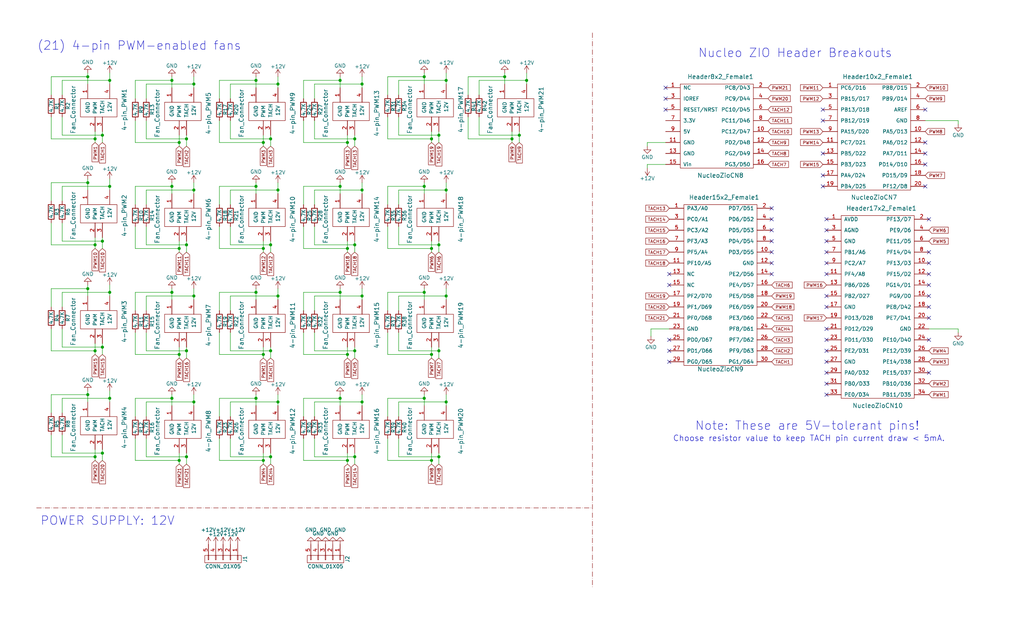
<source format=kicad_sch>
(kicad_sch (version 20230121) (generator eeschema)
  (paper "USLegal")
  (title_block (title "Fan Control Shield - Zio Headers") (date "2017-07-14") (rev "1.0.0") (company "Chris Dougherty") (comment 1 "Author:"))
  (junction (at 64.77 121.92))
  (junction (at 125.73 102.87))
  (junction (at 147.32 138.43))
  (junction (at 91.44 160.02))
  (junction (at 62.23 86.36))
  (junction (at 59.69 101.6))
  (junction (at 35.56 120.65))
  (junction (at 93.98 48.26))
  (junction (at 64.77 158.75))
  (junction (at 38.1 101.6))
  (junction (at 67.31 29.21))
  (junction (at 180.34 46.99))
  (junction (at 67.31 139.7))
  (junction (at 33.02 85.09))
  (junction (at 149.86 86.36))
  (junction (at 38.1 64.77))
  (junction (at 154.94 139.7))
  (junction (at 33.02 48.26))
  (junction (at 93.98 121.92))
  (junction (at 62.23 160.02))
  (junction (at 96.52 66.04))
  (junction (at 177.8 48.26))
  (junction (at 30.48 137.16))
  (junction (at 30.48 100.33))
  (junction (at 59.69 64.77))
  (junction (at 30.48 63.5))
  (junction (at 35.56 46.99))
  (junction (at 118.11 101.6))
  (junction (at 152.4 158.75))
  (junction (at 118.11 27.94))
  (junction (at 152.4 121.92))
  (junction (at 123.19 85.09))
  (junction (at 175.26 26.67))
  (junction (at 93.98 158.75))
  (junction (at 120.65 160.02))
  (junction (at 147.32 64.77))
  (junction (at 91.44 86.36))
  (junction (at 88.9 64.77))
  (junction (at 120.65 49.53))
  (junction (at 91.44 123.19))
  (junction (at 154.94 66.04))
  (junction (at 154.94 102.87))
  (junction (at 93.98 85.09))
  (junction (at 38.1 27.94))
  (junction (at 96.52 139.7))
  (junction (at 64.77 85.09))
  (junction (at 88.9 27.94))
  (junction (at 149.86 160.02))
  (junction (at 125.73 29.21))
  (junction (at 120.65 86.36))
  (junction (at 59.69 27.94))
  (junction (at 30.48 26.67))
  (junction (at 123.19 158.75))
  (junction (at 118.11 138.43))
  (junction (at 91.44 49.53))
  (junction (at 33.02 121.92))
  (junction (at 149.86 123.19))
  (junction (at 120.65 123.19))
  (junction (at 125.73 66.04))
  (junction (at 35.56 157.48))
  (junction (at 88.9 138.43))
  (junction (at 35.56 83.82))
  (junction (at 118.11 64.77))
  (junction (at 125.73 139.7))
  (junction (at 38.1 138.43))
  (junction (at 67.31 102.87))
  (junction (at 147.32 26.67))
  (junction (at 154.94 27.94))
  (junction (at 96.52 29.21))
  (junction (at 64.77 48.26))
  (junction (at 152.4 85.09))
  (junction (at 96.52 102.87))
  (junction (at 88.9 101.6))
  (junction (at 67.31 66.04))
  (junction (at 152.4 46.99))
  (junction (at 123.19 48.26))
  (junction (at 62.23 123.19))
  (junction (at 123.19 121.92))
  (junction (at 147.32 101.6))
  (junction (at 182.88 27.94))
  (junction (at 59.69 138.43))
  (junction (at 62.23 49.53))
  (junction (at 149.86 48.26))
  (junction (at 33.02 158.75))
  (no_connect (at 287.02 133.35))
  (no_connect (at 322.58 106.68))
  (no_connect (at 287.02 118.11))
  (no_connect (at 267.97 91.44))
  (no_connect (at 232.41 95.25))
  (no_connect (at 322.58 87.63))
  (no_connect (at 213.36 -11.43))
  (no_connect (at 321.31 57.15))
  (no_connect (at 322.58 76.2))
  (no_connect (at 287.02 87.63))
  (no_connect (at 285.75 64.77))
  (no_connect (at 285.75 53.34))
  (no_connect (at 285.75 60.96))
  (no_connect (at 287.02 129.54))
  (no_connect (at 287.02 125.73))
  (no_connect (at 322.58 118.11))
  (no_connect (at 287.02 83.82))
  (no_connect (at 231.14 34.29))
  (no_connect (at 267.97 76.2))
  (no_connect (at 267.97 87.63))
  (no_connect (at 231.14 30.48))
  (no_connect (at 285.75 41.91))
  (no_connect (at 267.97 72.39))
  (no_connect (at 287.02 121.92))
  (no_connect (at 267.97 80.01))
  (no_connect (at 287.02 137.16))
  (no_connect (at 232.41 125.73))
  (no_connect (at 287.02 80.01))
  (no_connect (at 287.02 91.44))
  (no_connect (at 232.41 118.11))
  (no_connect (at 322.58 91.44))
  (no_connect (at 321.31 64.77))
  (no_connect (at 285.75 38.1))
  (no_connect (at 267.97 83.82))
  (no_connect (at 322.58 110.49))
  (no_connect (at 321.31 53.34))
  (no_connect (at 321.31 38.1))
  (no_connect (at 287.02 106.68))
  (no_connect (at 322.58 102.87))
  (no_connect (at 287.02 102.87))
  (no_connect (at 322.58 95.25))
  (no_connect (at 321.31 49.53))
  (no_connect (at 232.41 99.06))
  (no_connect (at 287.02 114.3))
  (no_connect (at 287.02 95.25))
  (no_connect (at 322.58 129.54))
  (no_connect (at 287.02 76.2))
  (no_connect (at 231.14 38.1))
  (no_connect (at 322.58 99.06))
  (no_connect (at 267.97 95.25))
  (no_connect (at 232.41 121.92))
  (wire (pts (xy 93.98 157.48) (xy 93.98 158.75)))
  (wire (pts (xy 21.59 157.48) (xy 21.59 151.13)))
  (wire (pts (xy 162.56 26.67) (xy 175.26 26.67)))
  (wire (pts (xy 93.98 48.26) (xy 80.01 48.26)))
  (wire (pts (xy 76.2 86.36) (xy 76.2 78.74)))
  (wire (pts (xy 21.59 106.68) (xy 21.59 101.6)))
  (wire (pts (xy 21.59 138.43) (xy 38.1 138.43)))
  (wire (pts (xy 109.22 144.78) (xy 109.22 139.7)))
  (wire (pts (xy 80.01 158.75) (xy 80.01 152.4)))
  (wire (pts (xy 76.2 101.6) (xy 88.9 101.6)))
  (wire (pts (xy 46.99 107.95) (xy 46.99 101.6)))
  (wire (pts (xy 152.4 46.99) (xy 152.4 49.53)))
  (wire (pts (xy 120.65 160.02) (xy 105.41 160.02)))
  (wire (pts (xy 33.02 48.26) (xy 17.78 48.26)))
  (wire (pts (xy 154.94 102.87) (xy 154.94 104.14)))
  (wire (pts (xy 80.01 29.21) (xy 96.52 29.21)))
  (wire (pts (xy 125.73 102.87) (xy 125.73 104.14)))
  (wire (pts (xy 177.8 48.26) (xy 162.56 48.26)))
  (wire (pts (xy 50.8 71.12) (xy 50.8 66.04)))
  (wire (pts (xy 67.31 102.87) (xy 67.31 104.14)))
  (wire (pts (xy 17.78 63.5) (xy 30.48 63.5)))
  (wire (pts (xy 80.01 66.04) (xy 96.52 66.04)))
  (wire (pts (xy 33.02 158.75) (xy 33.02 160.02)))
  (wire (pts (xy 152.4 157.48) (xy 152.4 158.75)))
  (wire (pts (xy 67.31 63.5) (xy 67.31 66.04)))
  (wire (pts (xy 64.77 120.65) (xy 64.77 121.92)))
  (wire (pts (xy 30.48 137.16) (xy 30.48 139.7)))
  (wire (pts (xy 118.11 137.16) (xy 118.11 138.43)))
  (wire (pts (xy 33.02 85.09) (xy 33.02 86.36)))
  (wire (pts (xy 17.78 33.02) (xy 17.78 26.67)))
  (wire (pts (xy 50.8 121.92) (xy 50.8 115.57)))
  (wire (pts (xy 93.98 158.75) (xy 80.01 158.75)))
  (wire (pts (xy 123.19 83.82) (xy 123.19 85.09)))
  (wire (pts (xy 96.52 63.5) (xy 96.52 66.04)))
  (wire (pts (xy 96.52 29.21) (xy 96.52 30.48)))
  (wire (pts (xy 88.9 137.16) (xy 88.9 138.43)))
  (polyline (pts (xy 205.74 11.43) (xy 205.74 204.47)) (stroke (width 0) (type dash_dot) (color 132 0 0 1)))
  (wire (pts (xy 109.22 85.09) (xy 109.22 78.74)))
  (wire (pts (xy 134.62 86.36) (xy 134.62 78.74)))
  (wire (pts (xy 17.78 158.75) (xy 17.78 151.13)))
  (wire (pts (xy 149.86 160.02) (xy 149.86 161.29)))
  (wire (pts (xy 149.86 160.02) (xy 134.62 160.02)))
  (wire (pts (xy 67.31 29.21) (xy 67.31 30.48)))
  (wire (pts (xy 96.52 66.04) (xy 96.52 67.31)))
  (wire (pts (xy 35.56 120.65) (xy 35.56 123.19)))
  (wire (pts (xy 91.44 120.65) (xy 91.44 123.19)))
  (wire (pts (xy 21.59 33.02) (xy 21.59 27.94)))
  (wire (pts (xy 120.65 86.36) (xy 120.65 87.63)))
  (wire (pts (xy 80.01 107.95) (xy 80.01 102.87)))
  (wire (pts (xy 93.98 120.65) (xy 93.98 121.92)))
  (wire (pts (xy 88.9 138.43) (xy 88.9 140.97)))
  (wire (pts (xy 33.02 156.21) (xy 33.02 158.75)))
  (wire (pts (xy 59.69 138.43) (xy 59.69 140.97)))
  (wire (pts (xy 93.98 158.75) (xy 93.98 161.29)))
  (wire (pts (xy 76.2 138.43) (xy 88.9 138.43)))
  (wire (pts (xy 149.86 48.26) (xy 134.62 48.26)))
  (wire (pts (xy 88.9 27.94) (xy 88.9 30.48)))
  (wire (pts (xy 182.88 25.4) (xy 182.88 27.94)))
  (wire (pts (xy 33.02 119.38) (xy 33.02 121.92)))
  (wire (pts (xy 109.22 29.21) (xy 125.73 29.21)))
  (wire (pts (xy 67.31 26.67) (xy 67.31 29.21)))
  (wire (pts (xy 152.4 121.92) (xy 152.4 124.46)))
  (wire (pts (xy 50.8 66.04) (xy 67.31 66.04)))
  (wire (pts (xy 154.94 66.04) (xy 154.94 67.31)))
  (wire (pts (xy 125.73 139.7) (xy 125.73 140.97)))
  (wire (pts (xy 17.78 69.85) (xy 17.78 63.5)))
  (wire (pts (xy 182.88 27.94) (xy 182.88 29.21)))
  (wire (pts (xy 64.77 85.09) (xy 50.8 85.09)))
  (wire (pts (xy 30.48 135.89) (xy 30.48 137.16)))
  (wire (pts (xy 105.41 34.29) (xy 105.41 27.94)))
  (wire (pts (xy 162.56 48.26) (xy 162.56 40.64)))
  (wire (pts (xy 21.59 83.82) (xy 21.59 77.47)))
  (wire (pts (xy 46.99 71.12) (xy 46.99 64.77)))
  (wire (pts (xy 80.01 71.12) (xy 80.01 66.04)))
  (wire (pts (xy 59.69 137.16) (xy 59.69 138.43)))
  (wire (pts (xy 125.73 26.67) (xy 125.73 29.21)))
  (wire (pts (xy 120.65 86.36) (xy 105.41 86.36)))
  (wire (pts (xy 46.99 27.94) (xy 59.69 27.94)))
  (wire (pts (xy 33.02 85.09) (xy 17.78 85.09)))
  (wire (pts (xy 91.44 123.19) (xy 76.2 123.19)))
  (wire (pts (xy 46.99 34.29) (xy 46.99 27.94)))
  (wire (pts (xy 64.77 83.82) (xy 64.77 85.09)))
  (wire (pts (xy 88.9 64.77) (xy 88.9 67.31)))
  (wire (pts (xy 50.8 144.78) (xy 50.8 139.7)))
  (wire (pts (xy 76.2 27.94) (xy 88.9 27.94)))
  (wire (pts (xy 62.23 160.02) (xy 62.23 161.29)))
  (wire (pts (xy 91.44 157.48) (xy 91.44 160.02)))
  (wire (pts (xy 134.62 64.77) (xy 147.32 64.77)))
  (wire (pts (xy 118.11 63.5) (xy 118.11 64.77)))
  (polyline (pts (xy 12.7 176.53) (xy 205.74 176.53)) (stroke (width 0) (type dash_dot) (color 132 0 0 1)))
  (wire (pts (xy 109.22 121.92) (xy 109.22 115.57)))
  (wire (pts (xy 138.43 102.87) (xy 154.94 102.87)))
  (wire (pts (xy 62.23 123.19) (xy 62.23 124.46)))
  (wire (pts (xy 59.69 100.33) (xy 59.69 101.6)))
  (wire (pts (xy 80.01 85.09) (xy 80.01 78.74)))
  (wire (pts (xy 138.43 139.7) (xy 154.94 139.7)))
  (wire (pts (xy 17.78 100.33) (xy 30.48 100.33)))
  (wire (pts (xy 21.59 64.77) (xy 38.1 64.77)))
  (wire (pts (xy 62.23 123.19) (xy 46.99 123.19)))
  (wire (pts (xy 21.59 143.51) (xy 21.59 138.43)))
  (wire (pts (xy 50.8 158.75) (xy 50.8 152.4)))
  (wire (pts (xy 120.65 123.19) (xy 120.65 124.46)))
  (wire (pts (xy 105.41 86.36) (xy 105.41 78.74)))
  (wire (pts (xy 93.98 121.92) (xy 93.98 124.46)))
  (wire (pts (xy 154.94 63.5) (xy 154.94 66.04)))
  (wire (pts (xy 59.69 27.94) (xy 59.69 30.48)))
  (wire (pts (xy 123.19 85.09) (xy 109.22 85.09)))
  (wire (pts (xy 105.41 123.19) (xy 105.41 115.57)))
  (wire (pts (xy 30.48 100.33) (xy 30.48 102.87)))
  (wire (pts (xy 118.11 64.77) (xy 118.11 67.31)))
  (wire (pts (xy 224.79 49.53) (xy 224.79 50.8)))
  (wire (pts (xy 149.86 120.65) (xy 149.86 123.19)))
  (wire (pts (xy 125.73 66.04) (xy 125.73 67.31)))
  (wire (pts (xy 120.65 83.82) (xy 120.65 86.36)))
  (wire (pts (xy 62.23 120.65) (xy 62.23 123.19)))
  (wire (pts (xy 62.23 160.02) (xy 46.99 160.02)))
  (wire (pts (xy 38.1 25.4) (xy 38.1 27.94)))
  (wire (pts (xy 332.74 41.91) (xy 321.31 41.91)))
  (wire (pts (xy 59.69 64.77) (xy 59.69 67.31)))
  (wire (pts (xy 154.94 139.7) (xy 154.94 140.97)))
  (wire (pts (xy 175.26 25.4) (xy 175.26 26.67)))
  (wire (pts (xy 35.56 157.48) (xy 35.56 160.02)))
  (wire (pts (xy 180.34 46.99) (xy 166.37 46.99)))
  (wire (pts (xy 76.2 64.77) (xy 88.9 64.77)))
  (wire (pts (xy 162.56 33.02) (xy 162.56 26.67)))
  (wire (pts (xy 21.59 69.85) (xy 21.59 64.77)))
  (wire (pts (xy 80.01 102.87) (xy 96.52 102.87)))
  (wire (pts (xy 152.4 158.75) (xy 138.43 158.75)))
  (wire (pts (xy 59.69 26.67) (xy 59.69 27.94)))
  (wire (pts (xy 96.52 137.16) (xy 96.52 139.7)))
  (wire (pts (xy 64.77 85.09) (xy 64.77 87.63)))
  (wire (pts (xy 149.86 86.36) (xy 134.62 86.36)))
  (wire (pts (xy 35.56 156.21) (xy 35.56 157.48)))
  (wire (pts (xy 152.4 120.65) (xy 152.4 121.92)))
  (wire (pts (xy 17.78 143.51) (xy 17.78 137.16)))
  (wire (pts (xy 123.19 158.75) (xy 109.22 158.75)))
  (wire (pts (xy 64.77 46.99) (xy 64.77 48.26)))
  (wire (pts (xy 118.11 27.94) (xy 118.11 30.48)))
  (wire (pts (xy 64.77 121.92) (xy 50.8 121.92)))
  (wire (pts (xy 118.11 138.43) (xy 118.11 140.97)))
  (wire (pts (xy 138.43 85.09) (xy 138.43 78.74)))
  (wire (pts (xy 62.23 46.99) (xy 62.23 49.53)))
  (wire (pts (xy 67.31 137.16) (xy 67.31 139.7)))
  (wire (pts (xy 17.78 137.16) (xy 30.48 137.16)))
  (wire (pts (xy 109.22 34.29) (xy 109.22 29.21)))
  (wire (pts (xy 152.4 85.09) (xy 138.43 85.09)))
  (wire (pts (xy 64.77 157.48) (xy 64.77 158.75)))
  (wire (pts (xy 125.73 29.21) (xy 125.73 30.48)))
  (wire (pts (xy 93.98 46.99) (xy 93.98 48.26)))
  (wire (pts (xy 134.62 160.02) (xy 134.62 152.4)))
  (wire (pts (xy 177.8 48.26) (xy 177.8 49.53)))
  (wire (pts (xy 46.99 138.43) (xy 59.69 138.43)))
  (wire (pts (xy 149.86 86.36) (xy 149.86 87.63)))
  (wire (pts (xy 109.22 107.95) (xy 109.22 102.87)))
  (wire (pts (xy 138.43 27.94) (xy 154.94 27.94)))
  (wire (pts (xy 147.32 101.6) (xy 147.32 104.14)))
  (wire (pts (xy 30.48 63.5) (xy 30.48 66.04)))
  (wire (pts (xy 96.52 26.67) (xy 96.52 29.21)))
  (wire (pts (xy 105.41 27.94) (xy 118.11 27.94)))
  (wire (pts (xy 62.23 86.36) (xy 46.99 86.36)))
  (wire (pts (xy 134.62 107.95) (xy 134.62 101.6)))
  (wire (pts (xy 123.19 158.75) (xy 123.19 161.29)))
  (wire (pts (xy 109.22 139.7) (xy 125.73 139.7)))
  (wire (pts (xy 149.86 83.82) (xy 149.86 86.36)))
  (wire (pts (xy 138.43 66.04) (xy 154.94 66.04)))
  (wire (pts (xy 35.56 46.99) (xy 21.59 46.99)))
  (wire (pts (xy 147.32 64.77) (xy 147.32 67.31)))
  (wire (pts (xy 46.99 101.6) (xy 59.69 101.6)))
  (wire (pts (xy 105.41 144.78) (xy 105.41 138.43)))
  (wire (pts (xy 46.99 144.78) (xy 46.99 138.43)))
  (wire (pts (xy 35.56 119.38) (xy 35.56 120.65)))
  (wire (pts (xy 138.43 71.12) (xy 138.43 66.04)))
  (wire (pts (xy 80.01 139.7) (xy 96.52 139.7)))
  (wire (pts (xy 38.1 64.77) (xy 38.1 66.04)))
  (wire (pts (xy 35.56 83.82) (xy 35.56 86.36)))
  (wire (pts (xy 93.98 83.82) (xy 93.98 85.09)))
  (wire (pts (xy 64.77 158.75) (xy 50.8 158.75)))
  (wire (pts (xy 105.41 71.12) (xy 105.41 64.77)))
  (wire (pts (xy 224.79 58.42) (xy 224.79 57.15)))
  (wire (pts (xy 50.8 139.7) (xy 67.31 139.7)))
  (wire (pts (xy 62.23 49.53) (xy 62.23 50.8)))
  (wire (pts (xy 80.01 121.92) (xy 80.01 115.57)))
  (wire (pts (xy 125.73 100.33) (xy 125.73 102.87)))
  (wire (pts (xy 80.01 34.29) (xy 80.01 29.21)))
  (wire (pts (xy 96.52 100.33) (xy 96.52 102.87)))
  (wire (pts (xy 62.23 83.82) (xy 62.23 86.36)))
  (wire (pts (xy 138.43 144.78) (xy 138.43 139.7)))
  (wire (pts (xy 46.99 86.36) (xy 46.99 78.74)))
  (wire (pts (xy 123.19 48.26) (xy 109.22 48.26)))
  (wire (pts (xy 177.8 45.72) (xy 177.8 48.26)))
  (wire (pts (xy 33.02 45.72) (xy 33.02 48.26)))
  (wire (pts (xy 134.62 138.43) (xy 147.32 138.43)))
  (wire (pts (xy 21.59 120.65) (xy 21.59 114.3)))
  (wire (pts (xy 154.94 25.4) (xy 154.94 27.94)))
  (wire (pts (xy 138.43 33.02) (xy 138.43 27.94)))
  (wire (pts (xy 21.59 46.99) (xy 21.59 40.64)))
  (wire (pts (xy 88.9 100.33) (xy 88.9 101.6)))
  (wire (pts (xy 59.69 63.5) (xy 59.69 64.77)))
  (wire (pts (xy 35.56 45.72) (xy 35.56 46.99)))
  (wire (pts (xy 152.4 121.92) (xy 138.43 121.92)))
  (wire (pts (xy 93.98 85.09) (xy 80.01 85.09)))
  (wire (pts (xy 96.52 102.87) (xy 96.52 104.14)))
  (wire (pts (xy 67.31 66.04) (xy 67.31 67.31)))
  (wire (pts (xy 38.1 99.06) (xy 38.1 101.6)))
  (wire (pts (xy 38.1 62.23) (xy 38.1 64.77)))
  (wire (pts (xy 120.65 49.53) (xy 120.65 50.8)))
  (wire (pts (xy 38.1 138.43) (xy 38.1 139.7)))
  (wire (pts (xy 33.02 158.75) (xy 17.78 158.75)))
  (wire (pts (xy 93.98 121.92) (xy 80.01 121.92)))
  (wire (pts (xy 91.44 86.36) (xy 76.2 86.36)))
  (wire (pts (xy 91.44 160.02) (xy 76.2 160.02)))
  (wire (pts (xy 35.56 120.65) (xy 21.59 120.65)))
  (wire (pts (xy 118.11 100.33) (xy 118.11 101.6)))
  (wire (pts (xy 123.19 85.09) (xy 123.19 87.63)))
  (wire (pts (xy 76.2 123.19) (xy 76.2 115.57)))
  (wire (pts (xy 64.77 48.26) (xy 50.8 48.26)))
  (wire (pts (xy 64.77 158.75) (xy 64.77 161.29)))
  (wire (pts (xy 33.02 82.55) (xy 33.02 85.09)))
  (wire (pts (xy 154.94 137.16) (xy 154.94 139.7)))
  (wire (pts (xy 46.99 123.19) (xy 46.99 115.57)))
  (wire (pts (xy 134.62 26.67) (xy 147.32 26.67)))
  (wire (pts (xy 88.9 63.5) (xy 88.9 64.77)))
  (wire (pts (xy 149.86 45.72) (xy 149.86 48.26)))
  (wire (pts (xy 38.1 135.89) (xy 38.1 138.43)))
  (wire (pts (xy 332.74 43.18) (xy 332.74 41.91)))
  (wire (pts (xy 149.86 157.48) (xy 149.86 160.02)))
  (wire (pts (xy 17.78 48.26) (xy 17.78 40.64)))
  (wire (pts (xy 105.41 107.95) (xy 105.41 101.6)))
  (wire (pts (xy 64.77 121.92) (xy 64.77 124.46)))
  (wire (pts (xy 93.98 85.09) (xy 93.98 87.63)))
  (wire (pts (xy 134.62 101.6) (xy 147.32 101.6)))
  (wire (pts (xy 91.44 83.82) (xy 91.44 86.36)))
  (wire (pts (xy 232.41 114.3) (xy 226.06 114.3)))
  (wire (pts (xy 154.94 27.94) (xy 154.94 29.21)))
  (wire (pts (xy 50.8 34.29) (xy 50.8 29.21)))
  (wire (pts (xy 105.41 64.77) (xy 118.11 64.77)))
  (wire (pts (xy 125.73 137.16) (xy 125.73 139.7)))
  (wire (pts (xy 76.2 49.53) (xy 76.2 41.91)))
  (wire (pts (xy 322.58 114.3) (xy 332.74 114.3)))
  (wire (pts (xy 80.01 144.78) (xy 80.01 139.7)))
  (wire (pts (xy 149.86 123.19) (xy 149.86 124.46)))
  (wire (pts (xy 152.4 158.75) (xy 152.4 161.29)))
  (wire (pts (xy 30.48 26.67) (xy 30.48 29.21)))
  (wire (pts (xy 105.41 160.02) (xy 105.41 152.4)))
  (wire (pts (xy 76.2 107.95) (xy 76.2 101.6)))
  (wire (pts (xy 76.2 144.78) (xy 76.2 138.43)))
  (wire (pts (xy 105.41 101.6) (xy 118.11 101.6)))
  (wire (pts (xy 149.86 48.26) (xy 149.86 49.53)))
  (wire (pts (xy 152.4 46.99) (xy 138.43 46.99)))
  (wire (pts (xy 147.32 26.67) (xy 147.32 29.21)))
  (wire (pts (xy 134.62 71.12) (xy 134.62 64.77)))
  (wire (pts (xy 38.1 101.6) (xy 38.1 102.87)))
  (wire (pts (xy 50.8 102.87) (xy 67.31 102.87)))
  (wire (pts (xy 147.32 138.43) (xy 147.32 140.97)))
  (wire (pts (xy 91.44 49.53) (xy 76.2 49.53)))
  (wire (pts (xy 46.99 49.53) (xy 46.99 41.91)))
  (wire (pts (xy 96.52 139.7) (xy 96.52 140.97)))
  (wire (pts (xy 152.4 85.09) (xy 152.4 87.63)))
  (wire (pts (xy 33.02 48.26) (xy 33.02 49.53)))
  (wire (pts (xy 76.2 71.12) (xy 76.2 64.77)))
  (wire (pts (xy 35.56 83.82) (xy 21.59 83.82)))
  (wire (pts (xy 109.22 102.87) (xy 125.73 102.87)))
  (wire (pts (xy 30.48 25.4) (xy 30.48 26.67)))
  (wire (pts (xy 38.1 27.94) (xy 38.1 29.21)))
  (wire (pts (xy 166.37 27.94) (xy 182.88 27.94)))
  (wire (pts (xy 147.32 25.4) (xy 147.32 26.67)))
  (wire (pts (xy 93.98 48.26) (xy 93.98 50.8)))
  (wire (pts (xy 175.26 26.67) (xy 175.26 29.21)))
  (wire (pts (xy 109.22 48.26) (xy 109.22 41.91)))
  (wire (pts (xy 91.44 160.02) (xy 91.44 161.29)))
  (wire (pts (xy 109.22 158.75) (xy 109.22 152.4)))
  (wire (pts (xy 152.4 45.72) (xy 152.4 46.99)))
  (wire (pts (xy 105.41 49.53) (xy 105.41 41.91)))
  (wire (pts (xy 120.65 49.53) (xy 105.41 49.53)))
  (wire (pts (xy 166.37 33.02) (xy 166.37 27.94)))
  (wire (pts (xy 67.31 139.7) (xy 67.31 140.97)))
  (wire (pts (xy 62.23 157.48) (xy 62.23 160.02)))
  (wire (pts (xy 33.02 121.92) (xy 17.78 121.92)))
  (wire (pts (xy 30.48 99.06) (xy 30.48 100.33)))
  (wire (pts (xy 109.22 71.12) (xy 109.22 66.04)))
  (wire (pts (xy 120.65 123.19) (xy 105.41 123.19)))
  (wire (pts (xy 123.19 121.92) (xy 109.22 121.92)))
  (wire (pts (xy 125.73 63.5) (xy 125.73 66.04)))
  (wire (pts (xy 35.56 82.55) (xy 35.56 83.82)))
  (wire (pts (xy 91.44 86.36) (xy 91.44 87.63)))
  (wire (pts (xy 76.2 160.02) (xy 76.2 152.4)))
  (wire (pts (xy 120.65 160.02) (xy 120.65 161.29)))
  (wire (pts (xy 332.74 114.3) (xy 332.74 115.57)))
  (wire (pts (xy 64.77 48.26) (xy 64.77 50.8)))
  (wire (pts (xy 17.78 121.92) (xy 17.78 114.3)))
  (wire (pts (xy 62.23 86.36) (xy 62.23 87.63)))
  (wire (pts (xy 118.11 101.6) (xy 118.11 104.14)))
  (wire (pts (xy 76.2 34.29) (xy 76.2 27.94)))
  (wire (pts (xy 134.62 48.26) (xy 134.62 40.64)))
  (wire (pts (xy 138.43 158.75) (xy 138.43 152.4)))
  (wire (pts (xy 80.01 48.26) (xy 80.01 41.91)))
  (wire (pts (xy 17.78 85.09) (xy 17.78 77.47)))
  (wire (pts (xy 118.11 26.67) (xy 118.11 27.94)))
  (wire (pts (xy 88.9 101.6) (xy 88.9 104.14)))
  (wire (pts (xy 123.19 120.65) (xy 123.19 121.92)))
  (wire (pts (xy 17.78 106.68) (xy 17.78 100.33)))
  (wire (pts (xy 109.22 66.04) (xy 125.73 66.04)))
  (wire (pts (xy 59.69 101.6) (xy 59.69 104.14)))
  (wire (pts (xy 138.43 46.99) (xy 138.43 40.64)))
  (wire (pts (xy 50.8 48.26) (xy 50.8 41.91)))
  (wire (pts (xy 50.8 29.21) (xy 67.31 29.21)))
  (wire (pts (xy 120.65 157.48) (xy 120.65 160.02)))
  (wire (pts (xy 154.94 100.33) (xy 154.94 102.87)))
  (wire (pts (xy 166.37 46.99) (xy 166.37 40.64)))
  (wire (pts (xy 62.23 49.53) (xy 46.99 49.53)))
  (wire (pts (xy 123.19 48.26) (xy 123.19 50.8)))
  (wire (pts (xy 105.41 138.43) (xy 118.11 138.43)))
  (wire (pts (xy 46.99 160.02) (xy 46.99 152.4)))
  (wire (pts (xy 224.79 57.15) (xy 231.14 57.15)))
  (wire (pts (xy 50.8 85.09) (xy 50.8 78.74)))
  (wire (pts (xy 180.34 45.72) (xy 180.34 46.99)))
  (wire (pts (xy 91.44 46.99) (xy 91.44 49.53)))
  (wire (pts (xy 231.14 49.53) (xy 224.79 49.53)))
  (wire (pts (xy 35.56 46.99) (xy 35.56 49.53)))
  (wire (pts (xy 147.32 137.16) (xy 147.32 138.43)))
  (wire (pts (xy 21.59 27.94) (xy 38.1 27.94)))
  (wire (pts (xy 91.44 49.53) (xy 91.44 50.8)))
  (wire (pts (xy 21.59 101.6) (xy 38.1 101.6)))
  (wire (pts (xy 123.19 121.92) (xy 123.19 124.46)))
  (wire (pts (xy 123.19 46.99) (xy 123.19 48.26)))
  (wire (pts (xy 134.62 123.19) (xy 134.62 115.57)))
  (wire (pts (xy 30.48 62.23) (xy 30.48 63.5)))
  (wire (pts (xy 147.32 100.33) (xy 147.32 101.6)))
  (wire (pts (xy 152.4 83.82) (xy 152.4 85.09)))
  (wire (pts (xy 67.31 100.33) (xy 67.31 102.87)))
  (wire (pts (xy 50.8 107.95) (xy 50.8 102.87)))
  (wire (pts (xy 134.62 33.02) (xy 134.62 26.67)))
  (wire (pts (xy 149.86 123.19) (xy 134.62 123.19)))
  (wire (pts (xy 138.43 107.95) (xy 138.43 102.87)))
  (wire (pts (xy 91.44 123.19) (xy 91.44 124.46)))
  (wire (pts (xy 147.32 63.5) (xy 147.32 64.77)))
  (wire (pts (xy 120.65 120.65) (xy 120.65 123.19)))
  (wire (pts (xy 120.65 46.99) (xy 120.65 49.53)))
  (wire (pts (xy 35.56 157.48) (xy 21.59 157.48)))
  (wire (pts (xy 134.62 144.78) (xy 134.62 138.43)))
  (wire (pts (xy 17.78 26.67) (xy 30.48 26.67)))
  (wire (pts (xy 138.43 121.92) (xy 138.43 115.57)))
  (wire (pts (xy 88.9 26.67) (xy 88.9 27.94)))
  (wire (pts (xy 33.02 121.92) (xy 33.02 123.19)))
  (wire (pts (xy 226.06 114.3) (xy 226.06 116.84)))
  (wire (pts (xy 180.34 46.99) (xy 180.34 49.53)))
  (wire (pts (xy 46.99 64.77) (xy 59.69 64.77)))
  (wire (pts (xy 123.19 157.48) (xy 123.19 158.75)))
  (text "Nucleo ZIO Header Breakouts\n" (at 309.88 20.32 0) (effects (font (size 3 3)) (justify right bottom)))
  (text "POWER SUPPLY: 12V" (at 13.97 182.88 0) (effects (font (size 3 3)) (justify left bottom)))
  (text "(21) 4-pin PWM-enabled fans" (at 83.82 17.78 0) (effects (font (size 3 3)) (justify right bottom)))
  (text "Note: These are 5V-tolerant pins! \n" (at 241.3 149.86 0) (effects (font (size 3 3)) (justify left bottom)))
  (text "Choose resistor value to keep TACH pin current draw < 5mA.\n" (at 233.68 153.67 0) (effects (font (size 2 2)) (justify left bottom)))
  (global_label "PWM13" (shape input) (at 285.75 45.72 180) (effects (font (size 1.0922 1.0922))) (property "Intersheetrefs" "${INTERSHEET_REFS}" (effects hide)))
  (global_label "TACH15" (shape input) (at 232.41 80.01 180) (effects (font (size 1.0922 1.0922))) (property "Intersheetrefs" "${INTERSHEET_REFS}" (effects hide)))
  (global_label "PWM16" (shape input) (at 287.02 99.06 180) (effects (font (size 1.0922 1.0922))) (property "Intersheetrefs" "${INTERSHEET_REFS}" (effects hide)))
  (global_label "TACH18" (shape input) (at 123.19 87.63 270) (effects (font (size 1.0922 1.0922))) (property "Intersheetrefs" "${INTERSHEET_REFS}" (effects hide)))
  (global_label "TACH14" (shape input) (at 123.19 161.29 270) (effects (font (size 1.0922 1.0922))) (property "Intersheetrefs" "${INTERSHEET_REFS}" (effects hide)))
  (global_label "TACH5" (shape input) (at 123.19 124.46 270) (effects (font (size 1.0922 1.0922))) (property "Intersheetrefs" "${INTERSHEET_REFS}" (effects hide)))
  (global_label "TACH1" (shape input) (at 35.56 49.53 270) (effects (font (size 1.0922 1.0922))) (property "Intersheetrefs" "${INTERSHEET_REFS}" (effects hide)))
  (global_label "TACH12" (shape input) (at 93.98 87.63 270) (effects (font (size 1.0922 1.0922))) (property "Intersheetrefs" "${INTERSHEET_REFS}" (effects hide)))
  (global_label "TACH16" (shape input) (at 64.77 124.46 270) (effects (font (size 1.0922 1.0922))) (property "Intersheetrefs" "${INTERSHEET_REFS}" (effects hide)))
  (global_label "PWM11" (shape input) (at 62.23 87.63 270) (effects (font (size 1.0922 1.0922))) (property "Intersheetrefs" "${INTERSHEET_REFS}" (effects hide)))
  (global_label "PWM8" (shape input) (at 321.31 45.72 0) (effects (font (size 1.0922 1.0922))) (property "Intersheetrefs" "${INTERSHEET_REFS}" (effects hide)))
  (global_label "PWM2" (shape input) (at 62.23 50.8 270) (effects (font (size 1.0922 1.0922))) (property "Intersheetrefs" "${INTERSHEET_REFS}" (effects hide)))
  (global_label "PWM7" (shape input) (at 149.86 124.46 270) (effects (font (size 1.0922 1.0922))) (property "Intersheetrefs" "${INTERSHEET_REFS}" (effects hide)))
  (global_label "TACH10" (shape input) (at 35.56 86.36 270) (effects (font (size 1.0922 1.0922))) (property "Intersheetrefs" "${INTERSHEET_REFS}" (effects hide)))
  (global_label "PWM18" (shape input) (at 267.97 106.68 0) (effects (font (size 1.0922 1.0922))) (property "Intersheetrefs" "${INTERSHEET_REFS}" (effects hide)))
  (global_label "PWM14" (shape input) (at 120.65 161.29 270) (effects (font (size 1.0922 1.0922))) (property "Intersheetrefs" "${INTERSHEET_REFS}" (effects hide)))
  (global_label "PWM19" (shape input) (at 149.86 49.53 270) (effects (font (size 1.0922 1.0922))) (property "Intersheetrefs" "${INTERSHEET_REFS}" (effects hide)))
  (global_label "PWM4" (shape input) (at 322.58 121.92 0) (effects (font (size 1.0922 1.0922))) (property "Intersheetrefs" "${INTERSHEET_REFS}" (effects hide)))
  (global_label "TACH4" (shape input) (at 267.97 114.3 0) (effects (font (size 1.0922 1.0922))) (property "Intersheetrefs" "${INTERSHEET_REFS}" (effects hide)))
  (global_label "TACH2" (shape input) (at 267.97 121.92 0) (effects (font (size 1.0922 1.0922))) (property "Intersheetrefs" "${INTERSHEET_REFS}" (effects hide)))
  (global_label "TACH7" (shape input) (at 152.4 124.46 270) (effects (font (size 1.0922 1.0922))) (property "Intersheetrefs" "${INTERSHEET_REFS}" (effects hide)))
  (global_label "PWM17" (shape input) (at 287.02 110.49 180) (effects (font (size 1.0922 1.0922))) (property "Intersheetrefs" "${INTERSHEET_REFS}" (effects hide)))
  (global_label "PWM1" (shape input) (at 322.58 137.16 0) (effects (font (size 1.0922 1.0922))) (property "Intersheetrefs" "${INTERSHEET_REFS}" (effects hide)))
  (global_label "TACH9" (shape input) (at 266.7 49.53 0) (effects (font (size 1.0922 1.0922))) (property "Intersheetrefs" "${INTERSHEET_REFS}" (effects hide)))
  (global_label "TACH8" (shape input) (at 152.4 161.29 270) (effects (font (size 1.0922 1.0922))) (property "Intersheetrefs" "${INTERSHEET_REFS}" (effects hide)))
  (global_label "PWM8" (shape input) (at 149.86 161.29 270) (effects (font (size 1.0922 1.0922))) (property "Intersheetrefs" "${INTERSHEET_REFS}" (effects hide)))
  (global_label "TACH19" (shape input) (at 152.4 49.53 270) (effects (font (size 1.0922 1.0922))) (property "Intersheetrefs" "${INTERSHEET_REFS}" (effects hide)))
  (global_label "PWM2" (shape input) (at 322.58 133.35 0) (effects (font (size 1.0922 1.0922))) (property "Intersheetrefs" "${INTERSHEET_REFS}" (effects hide)))
  (global_label "TACH17" (shape input) (at 93.98 124.46 270) (effects (font (size 1.0922 1.0922))) (property "Intersheetrefs" "${INTERSHEET_REFS}" (effects hide)))
  (global_label "TACH20" (shape input) (at 35.56 160.02 270) (effects (font (size 1.0922 1.0922))) (property "Intersheetrefs" "${INTERSHEET_REFS}" (effects hide)))
  (global_label "TACH20" (shape input) (at 232.41 106.68 180) (effects (font (size 1.0922 1.0922))) (property "Intersheetrefs" "${INTERSHEET_REFS}" (effects hide)))
  (global_label "PWM16" (shape input) (at 62.23 124.46 270) (effects (font (size 1.0922 1.0922))) (property "Intersheetrefs" "${INTERSHEET_REFS}" (effects hide)))
  (global_label "TACH10" (shape input) (at 266.7 45.72 0) (effects (font (size 1.0922 1.0922))) (property "Intersheetrefs" "${INTERSHEET_REFS}" (effects hide)))
  (global_label "TACH2" (shape input) (at 64.77 50.8 270) (effects (font (size 1.0922 1.0922))) (property "Intersheetrefs" "${INTERSHEET_REFS}" (effects hide)))
  (global_label "PWM5" (shape input) (at 322.58 83.82 0) (effects (font (size 1.0922 1.0922))) (property "Intersheetrefs" "${INTERSHEET_REFS}" (effects hide)))
  (global_label "TACH6" (shape input) (at 152.4 87.63 270) (effects (font (size 1.0922 1.0922))) (property "Intersheetrefs" "${INTERSHEET_REFS}" (effects hide)))
  (global_label "PWM15" (shape input) (at 33.02 123.19 270) (effects (font (size 1.0922 1.0922))) (property "Intersheetrefs" "${INTERSHEET_REFS}" (effects hide)))
  (global_label "TACH15" (shape input) (at 35.56 123.19 270) (effects (font (size 1.0922 1.0922))) (property "Intersheetrefs" "${INTERSHEET_REFS}" (effects hide)))
  (global_label "TACH12" (shape input) (at 266.7 38.1 0) (effects (font (size 1.0922 1.0922))) (property "Intersheetrefs" "${INTERSHEET_REFS}" (effects hide)))
  (global_label "PWM3" (shape input) (at 91.44 50.8 270) (effects (font (size 1.0922 1.0922))) (property "Intersheetrefs" "${INTERSHEET_REFS}" (effects hide)))
  (global_label "PWM3" (shape input) (at 322.58 125.73 0) (effects (font (size 1.0922 1.0922))) (property "Intersheetrefs" "${INTERSHEET_REFS}" (effects hide)))
  (global_label "TACH6" (shape input) (at 267.97 99.06 0) (effects (font (size 1.0922 1.0922))) (property "Intersheetrefs" "${INTERSHEET_REFS}" (effects hide)))
  (global_label "PWM12" (shape input) (at 285.75 34.29 180) (effects (font (size 1.0922 1.0922))) (property "Intersheetrefs" "${INTERSHEET_REFS}" (effects hide)))
  (global_label "PWM4" (shape input) (at 91.44 161.29 270) (effects (font (size 1.0922 1.0922))) (property "Intersheetrefs" "${INTERSHEET_REFS}" (effects hide)))
  (global_label "TACH21" (shape input) (at 64.77 161.29 270) (effects (font (size 1.0922 1.0922))) (property "Intersheetrefs" "${INTERSHEET_REFS}" (effects hide)))
  (global_label "PWM7" (shape input) (at 321.31 60.96 0) (effects (font (size 1.0922 1.0922))) (property "Intersheetrefs" "${INTERSHEET_REFS}" (effects hide)))
  (global_label "TACH18" (shape input) (at 232.41 91.44 180) (effects (font (size 1.0922 1.0922))) (property "Intersheetrefs" "${INTERSHEET_REFS}" (effects hide)))
  (global_label "TACH11" (shape input) (at 64.77 87.63 270) (effects (font (size 1.0922 1.0922))) (property "Intersheetrefs" "${INTERSHEET_REFS}" (effects hide)))
  (global_label "PWM21" (shape input) (at 62.23 161.29 270) (effects (font (size 1.0922 1.0922))) (property "Intersheetrefs" "${INTERSHEET_REFS}" (effects hide)))
  (global_label "TACH1" (shape input) (at 267.97 125.73 0) (effects (font (size 1.0922 1.0922))) (property "Intersheetrefs" "${INTERSHEET_REFS}" (effects hide)))
  (global_label "TACH8" (shape input) (at 266.7 53.34 0) (effects (font (size 1.0922 1.0922))) (property "Intersheetrefs" "${INTERSHEET_REFS}" (effects hide)))
  (global_label "TACH17" (shape input) (at 232.41 87.63 180) (effects (font (size 1.0922 1.0922))) (property "Intersheetrefs" "${INTERSHEET_REFS}" (effects hide)))
  (global_label "PWM1" (shape input) (at 33.02 49.53 270) (effects (font (size 1.0922 1.0922))) (property "Intersheetrefs" "${INTERSHEET_REFS}" (effects hide)))
  (global_label "TACH11" (shape input) (at 266.7 41.91 0) (effects (font (size 1.0922 1.0922))) (property "Intersheetrefs" "${INTERSHEET_REFS}" (effects hide)))
  (global_label "PWM6" (shape input) (at 322.58 80.01 0) (effects (font (size 1.0922 1.0922))) (property "Intersheetrefs" "${INTERSHEET_REFS}" (effects hide)))
  (global_label "TACH21" (shape input) (at 232.41 110.49 180) (effects (font (size 1.0922 1.0922))) (property "Intersheetrefs" "${INTERSHEET_REFS}" (effects hide)))
  (global_label "PWM12" (shape input) (at 91.44 87.63 270) (effects (font (size 1.0922 1.0922))) (property "Intersheetrefs" "${INTERSHEET_REFS}" (effects hide)))
  (global_label "PWM6" (shape input) (at 149.86 87.63 270) (effects (font (size 1.0922 1.0922))) (property "Intersheetrefs" "${INTERSHEET_REFS}" (effects hide)))
  (global_label "TACH19" (shape input) (at 232.41 102.87 180) (effects (font (size 1.0922 1.0922))) (property "Intersheetrefs" "${INTERSHEET_REFS}" (effects hide)))
  (global_label "TACH4" (shape input) (at 93.98 161.29 270) (effects (font (size 1.0922 1.0922))) (property "Intersheetrefs" "${INTERSHEET_REFS}" (effects hide)))
  (global_label "TACH13" (shape input) (at 232.41 72.39 180) (effects (font (size 1.0922 1.0922))) (property "Intersheetrefs" "${INTERSHEET_REFS}" (effects hide)))
  (global_label "TACH5" (shape input) (at 267.97 110.49 0) (effects (font (size 1.0922 1.0922))) (property "Intersheetrefs" "${INTERSHEET_REFS}" (effects hide)))
  (global_label "TACH7" (shape input) (at 266.7 57.15 0) (effects (font (size 1.0922 1.0922))) (property "Intersheetrefs" "${INTERSHEET_REFS}" (effects hide)))
  (global_label "TACH16" (shape input) (at 232.41 83.82 180) (effects (font (size 1.0922 1.0922))) (property "Intersheetrefs" "${INTERSHEET_REFS}" (effects hide)))
  (global_label "TACH14" (shape input) (at 232.41 76.2 180) (effects (font (size 1.0922 1.0922))) (property "Intersheetrefs" "${INTERSHEET_REFS}" (effects hide)))
  (global_label "PWM19" (shape input) (at 267.97 102.87 0) (effects (font (size 1.0922 1.0922))) (property "Intersheetrefs" "${INTERSHEET_REFS}" (effects hide)))
  (global_label "PWM10" (shape input) (at 33.02 86.36 270) (effects (font (size 1.0922 1.0922))) (property "Intersheetrefs" "${INTERSHEET_REFS}" (effects hide)))
  (global_label "TACH9" (shape input) (at 180.34 49.53 270) (effects (font (size 1.0922 1.0922))) (property "Intersheetrefs" "${INTERSHEET_REFS}" (effects hide)))
  (global_label "TACH3" (shape input) (at 267.97 118.11 0) (effects (font (size 1.0922 1.0922))) (property "Intersheetrefs" "${INTERSHEET_REFS}" (effects hide)))
  (global_label "PWM20" (shape input) (at 33.02 160.02 270) (effects (font (size 1.0922 1.0922))) (property "Intersheetrefs" "${INTERSHEET_REFS}" (effects hide)))
  (global_label "PWM18" (shape input) (at 120.65 87.63 270) (effects (font (size 1.0922 1.0922))) (property "Intersheetrefs" "${INTERSHEET_REFS}" (effects hide)))
  (global_label "TACH13" (shape input) (at 123.19 50.8 270) (effects (font (size 1.0922 1.0922))) (property "Intersheetrefs" "${INTERSHEET_REFS}" (effects hide)))
  (global_label "PWM11" (shape input) (at 285.75 30.48 180) (effects (font (size 1.0922 1.0922))) (property "Intersheetrefs" "${INTERSHEET_REFS}" (effects hide)))
  (global_label "PWM5" (shape input) (at 120.65 124.46 270) (effects (font (size 1.0922 1.0922))) (property "Intersheetrefs" "${INTERSHEET_REFS}" (effects hide)))
  (global_label "PWM9" (shape input) (at 321.31 34.29 0) (effects (font (size 1.0922 1.0922))) (property "Intersheetrefs" "${INTERSHEET_REFS}" (effects hide)))
  (global_label "PWM14" (shape input) (at 285.75 49.53 180) (effects (font (size 1.0922 1.0922))) (property "Intersheetrefs" "${INTERSHEET_REFS}" (effects hide)))
  (global_label "PWM15" (shape input) (at 285.75 57.15 180) (effects (font (size 1.0922 1.0922))) (property "Intersheetrefs" "${INTERSHEET_REFS}" (effects hide)))
  (global_label "PWM20" (shape input) (at 266.7 34.29 0) (effects (font (size 1.0922 1.0922))) (property "Intersheetrefs" "${INTERSHEET_REFS}" (effects hide)))
  (global_label "PWM10" (shape input) (at 321.31 30.48 0) (effects (font (size 1.0922 1.0922))) (property "Intersheetrefs" "${INTERSHEET_REFS}" (effects hide)))
  (global_label "PWM13" (shape input) (at 120.65 50.8 270) (effects (font (size 1.0922 1.0922))) (property "Intersheetrefs" "${INTERSHEET_REFS}" (effects hide)))
  (global_label "PWM21" (shape input) (at 266.7 30.48 0) (effects (font (size 1.0922 1.0922))) (property "Intersheetrefs" "${INTERSHEET_REFS}" (effects hide)))
  (global_label "TACH3" (shape input) (at 93.98 50.8 270) (effects (font (size 1.0922 1.0922))) (property "Intersheetrefs" "${INTERSHEET_REFS}" (effects hide)))
  (global_label "PWM17" (shape input) (at 91.44 124.46 270) (effects (font (size 1.0922 1.0922))) (property "Intersheetrefs" "${INTERSHEET_REFS}" (effects hide)))
  (global_label "PWM9" (shape input) (at 177.8 49.53 270) (effects (font (size 1.0922 1.0922))) (property "Intersheetrefs" "${INTERSHEET_REFS}" (effects hide)))
  (symbol (lib_id "Fan-Array-Nucleo-Power-Breakout-Board-rescue:NucleoZioCN8") (at 261.62 82.55 0) (unit 1)
    (property "Reference" "Header8x2_Female1" (at 250.19 26.67 0) (effects (font (size 1.524 1.524))))
    (property "Value" "NucleoZioCN8" (at 250.19 60.96 0) (effects (font (size 1.524 1.524))))
    (property "Footprint" "Socket_Strips:Socket_Strip_Straight_2x08_Pitch2.54mm" (effects hide))
  )
  (symbol (lib_id "Fan-Array-Nucleo-Power-Breakout-Board-rescue:NucleoZioCN9") (at 262.89 124.46 0) (unit 1)
    (property "Reference" "Header15x2_Female1" (at 251.46 68.58 0) (effects (font (size 1.524 1.524))))
    (property "Value" "NucleoZioCN9" (at 250.19 128.27 0) (effects (font (size 1.524 1.524))))
    (property "Footprint" "Socket_Strips:Socket_Strip_Straight_2x15_Pitch2.54mm" (effects hide))
  )
  (symbol (lib_id "Fan-Array-Nucleo-Power-Breakout-Board-rescue:NucleoZioCN7") (at 316.23 82.55 0) (unit 1)
    (property "Reference" "Header10x2_Female1" (at 304.8 26.67 0) (effects (font (size 1.524 1.524))))
    (property "Value" "NucleoZioCN7" (at 303.53 68.58 0) (effects (font (size 1.524 1.524))))
    (property "Footprint" "Socket_Strips:Socket_Strip_Straight_2x10_Pitch2.54mm" (effects hide))
  )
  (symbol (lib_id "Fan-Array-Nucleo-Power-Breakout-Board-rescue:NucleoZioCN10") (at 317.5 128.27 0) (unit 1)
    (property "Reference" "Header17x2_Female1" (at 306.07 72.39 0) (effects (font (size 1.524 1.524))))
    (property "Value" "NucleoZioCN10" (at 304.8 140.97 0) (effects (font (size 1.524 1.524))))
    (property "Footprint" "Socket_Strips:Socket_Strip_Straight_2x17_Pitch2.54mm" (effects hide))
  )
  (symbol (lib_id "Fan-Array-Nucleo-Power-Breakout-Board-rescue:GND") (at 30.48 25.4 180) (unit 1)
    (property "Reference" "#PWR01" (effects hide))
    (property "Value" "GND" (at 30.48 21.59 0))
  )
  (symbol (lib_id "Fan-Array-Nucleo-Power-Breakout-Board-rescue:+12V") (at 38.1 25.4 0) (unit 1)
    (property "Reference" "#PWR02" (effects hide))
    (property "Value" "+12V" (at 38.1 21.844 0))
  )
  (symbol (lib_id "Fan-Array-Nucleo-Power-Breakout-Board-rescue:R") (at 21.59 36.83 0) (unit 1)
    (property "Reference" "R2" (at 23.622 36.83 90))
    (property "Value" "4.7K" (at 21.59 36.83 90))
    (property "Footprint" "Resistors_SMD:R_1206_HandSoldering" (effects hide))
  )
  (symbol (lib_id "Fan-Array-Nucleo-Power-Breakout-Board-rescue:R") (at 17.78 36.83 0) (unit 1)
    (property "Reference" "R1" (at 19.812 36.83 90))
    (property "Value" "4.7K" (at 17.78 36.83 90))
    (property "Footprint" "Resistors_SMD:R_1206_HandSoldering" (effects hide))
  )
  (symbol (lib_id "Fan-Array-Nucleo-Power-Breakout-Board-rescue:Fan_Connector") (at 16.51 48.26 270) (unit 1)
    (property "Reference" "4-pin_PWM1" (at 43.18 38.1 0) (effects (font (size 1.524 1.524))))
    (property "Value" "Fan_Connector" (at 25.4 38.1 0) (effects (font (size 1.524 1.524))))
    (property "Footprint" "conn-header:MOLEX-22-23-2041" (effects hide))
  )
  (symbol (lib_id "Fan-Array-Nucleo-Power-Breakout-Board-rescue:GND") (at 59.69 26.67 180) (unit 1)
    (property "Reference" "#PWR03" (effects hide))
    (property "Value" "GND" (at 59.69 22.86 0))
  )
  (symbol (lib_id "Fan-Array-Nucleo-Power-Breakout-Board-rescue:+12V") (at 67.31 26.67 0) (unit 1)
    (property "Reference" "#PWR04" (effects hide))
    (property "Value" "+12V" (at 67.31 23.114 0))
  )
  (symbol (lib_id "Fan-Array-Nucleo-Power-Breakout-Board-rescue:R") (at 50.8 38.1 0) (unit 1)
    (property "Reference" "R13" (at 52.832 38.1 90))
    (property "Value" "4.7K" (at 50.8 38.1 90))
    (property "Footprint" "Resistors_SMD:R_1206_HandSoldering" (effects hide))
  )
  (symbol (lib_id "Fan-Array-Nucleo-Power-Breakout-Board-rescue:R") (at 46.99 38.1 0) (unit 1)
    (property "Reference" "R9" (at 49.022 38.1 90))
    (property "Value" "4.7K" (at 46.99 38.1 90))
    (property "Footprint" "Resistors_SMD:R_1206_HandSoldering" (effects hide))
  )
  (symbol (lib_id "Fan-Array-Nucleo-Power-Breakout-Board-rescue:Fan_Connector") (at 45.72 49.53 270) (unit 1)
    (property "Reference" "4-pin_PWM5" (at 72.39 39.37 0) (effects (font (size 1.524 1.524))))
    (property "Value" "Fan_Connector" (at 54.61 39.37 0) (effects (font (size 1.524 1.524))))
    (property "Footprint" "conn-header:MOLEX-22-23-2041" (effects hide))
  )
  (symbol (lib_id "Fan-Array-Nucleo-Power-Breakout-Board-rescue:GND") (at 88.9 26.67 180) (unit 1)
    (property "Reference" "#PWR05" (effects hide))
    (property "Value" "GND" (at 88.9 22.86 0))
  )
  (symbol (lib_id "Fan-Array-Nucleo-Power-Breakout-Board-rescue:+12V") (at 96.52 26.67 0) (unit 1)
    (property "Reference" "#PWR06" (effects hide))
    (property "Value" "+12V" (at 96.52 23.114 0))
  )
  (symbol (lib_id "Fan-Array-Nucleo-Power-Breakout-Board-rescue:R") (at 80.01 38.1 0) (unit 1)
    (property "Reference" "R20" (at 82.042 38.1 90))
    (property "Value" "4.7K" (at 80.01 38.1 90))
    (property "Footprint" "Resistors_SMD:R_1206_HandSoldering" (effects hide))
  )
  (symbol (lib_id "Fan-Array-Nucleo-Power-Breakout-Board-rescue:R") (at 76.2 38.1 0) (unit 1)
    (property "Reference" "R17" (at 78.232 38.1 90))
    (property "Value" "4.7K" (at 76.2 38.1 90))
    (property "Footprint" "Resistors_SMD:R_1206_HandSoldering" (effects hide))
  )
  (symbol (lib_id "Fan-Array-Nucleo-Power-Breakout-Board-rescue:Fan_Connector") (at 74.93 49.53 270) (unit 1)
    (property "Reference" "4-pin_PWM9" (at 101.6 39.37 0) (effects (font (size 1.524 1.524))))
    (property "Value" "Fan_Connector" (at 83.82 39.37 0) (effects (font (size 1.524 1.524))))
    (property "Footprint" "conn-header:MOLEX-22-23-2041" (effects hide))
  )
  (symbol (lib_id "Fan-Array-Nucleo-Power-Breakout-Board-rescue:GND") (at 88.9 137.16 180) (unit 1)
    (property "Reference" "#PWR07" (effects hide))
    (property "Value" "GND" (at 88.9 133.35 0))
  )
  (symbol (lib_id "Fan-Array-Nucleo-Power-Breakout-Board-rescue:+12V") (at 96.52 137.16 0) (unit 1)
    (property "Reference" "#PWR08" (effects hide))
    (property "Value" "+12V" (at 96.52 133.604 0))
  )
  (symbol (lib_id "Fan-Array-Nucleo-Power-Breakout-Board-rescue:R") (at 80.01 148.59 0) (unit 1)
    (property "Reference" "R26" (at 82.042 148.59 90))
    (property "Value" "4.7K" (at 80.01 148.59 90))
    (property "Footprint" "Resistors_SMD:R_1206_HandSoldering" (effects hide))
  )
  (symbol (lib_id "Fan-Array-Nucleo-Power-Breakout-Board-rescue:R") (at 76.2 148.59 0) (unit 1)
    (property "Reference" "R23" (at 78.232 148.59 90))
    (property "Value" "4.7K" (at 76.2 148.59 90))
    (property "Footprint" "Resistors_SMD:R_1206_HandSoldering" (effects hide))
  )
  (symbol (lib_id "Fan-Array-Nucleo-Power-Breakout-Board-rescue:Fan_Connector") (at 74.93 160.02 270) (unit 1)
    (property "Reference" "4-pin_PWM12" (at 101.6 149.86 0) (effects (font (size 1.524 1.524))))
    (property "Value" "Fan_Connector" (at 83.82 149.86 0) (effects (font (size 1.524 1.524))))
    (property "Footprint" "conn-header:MOLEX-22-23-2041" (effects hide))
  )
  (symbol (lib_id "Fan-Array-Nucleo-Power-Breakout-Board-rescue:GND") (at 118.11 100.33 180) (unit 1)
    (property "Reference" "#PWR09" (effects hide))
    (property "Value" "GND" (at 118.11 96.52 0))
  )
  (symbol (lib_id "Fan-Array-Nucleo-Power-Breakout-Board-rescue:+12V") (at 125.73 100.33 0) (unit 1)
    (property "Reference" "#PWR010" (effects hide))
    (property "Value" "+12V" (at 125.73 96.774 0))
  )
  (symbol (lib_id "Fan-Array-Nucleo-Power-Breakout-Board-rescue:R") (at 109.22 111.76 0) (unit 1)
    (property "Reference" "R32" (at 111.252 111.76 90))
    (property "Value" "4.7K" (at 109.22 111.76 90))
    (property "Footprint" "Resistors_SMD:R_1206_HandSoldering" (effects hide))
  )
  (symbol (lib_id "Fan-Array-Nucleo-Power-Breakout-Board-rescue:R") (at 105.41 111.76 0) (unit 1)
    (property "Reference" "R29" (at 107.442 111.76 90))
    (property "Value" "4.7K" (at 105.41 111.76 90))
    (property "Footprint" "Resistors_SMD:R_1206_HandSoldering" (effects hide))
  )
  (symbol (lib_id "Fan-Array-Nucleo-Power-Breakout-Board-rescue:Fan_Connector") (at 104.14 123.19 270) (unit 1)
    (property "Reference" "4-pin_PWM15" (at 130.81 113.03 0) (effects (font (size 1.524 1.524))))
    (property "Value" "Fan_Connector" (at 113.03 113.03 0) (effects (font (size 1.524 1.524))))
    (property "Footprint" "conn-header:MOLEX-22-23-2041" (effects hide))
  )
  (symbol (lib_id "Fan-Array-Nucleo-Power-Breakout-Board-rescue:GND") (at 147.32 63.5 180) (unit 1)
    (property "Reference" "#PWR011" (effects hide))
    (property "Value" "GND" (at 147.32 59.69 0))
  )
  (symbol (lib_id "Fan-Array-Nucleo-Power-Breakout-Board-rescue:+12V") (at 154.94 63.5 0) (unit 1)
    (property "Reference" "#PWR012" (effects hide))
    (property "Value" "+12V" (at 154.94 59.944 0))
  )
  (symbol (lib_id "Fan-Array-Nucleo-Power-Breakout-Board-rescue:R") (at 138.43 74.93 0) (unit 1)
    (property "Reference" "R36" (at 140.462 74.93 90))
    (property "Value" "4.7K" (at 138.43 74.93 90))
    (property "Footprint" "Resistors_SMD:R_1206_HandSoldering" (effects hide))
  )
  (symbol (lib_id "Fan-Array-Nucleo-Power-Breakout-Board-rescue:R") (at 134.62 74.93 0) (unit 1)
    (property "Reference" "R35" (at 136.652 74.93 90))
    (property "Value" "4.7K" (at 134.62 74.93 90))
    (property "Footprint" "Resistors_SMD:R_1206_HandSoldering" (effects hide))
  )
  (symbol (lib_id "Fan-Array-Nucleo-Power-Breakout-Board-rescue:Fan_Connector") (at 133.35 86.36 270) (unit 1)
    (property "Reference" "4-pin_PWM18" (at 160.02 76.2 0) (effects (font (size 1.524 1.524))))
    (property "Value" "Fan_Connector" (at 142.24 76.2 0) (effects (font (size 1.524 1.524))))
    (property "Footprint" "conn-header:MOLEX-22-23-2041" (effects hide))
  )
  (symbol (lib_id "Fan-Array-Nucleo-Power-Breakout-Board-rescue:GND") (at 147.32 100.33 180) (unit 1)
    (property "Reference" "#PWR013" (effects hide))
    (property "Value" "GND" (at 147.32 96.52 0))
  )
  (symbol (lib_id "Fan-Array-Nucleo-Power-Breakout-Board-rescue:+12V") (at 154.94 100.33 0) (unit 1)
    (property "Reference" "#PWR014" (effects hide))
    (property "Value" "+12V" (at 154.94 96.774 0))
  )
  (symbol (lib_id "Fan-Array-Nucleo-Power-Breakout-Board-rescue:R") (at 138.43 111.76 0) (unit 1)
    (property "Reference" "R38" (at 140.462 111.76 90))
    (property "Value" "4.7K" (at 138.43 111.76 90))
    (property "Footprint" "Resistors_SMD:R_1206_HandSoldering" (effects hide))
  )
  (symbol (lib_id "Fan-Array-Nucleo-Power-Breakout-Board-rescue:R") (at 134.62 111.76 0) (unit 1)
    (property "Reference" "R37" (at 136.652 111.76 90))
    (property "Value" "4.7K" (at 134.62 111.76 90))
    (property "Footprint" "Resistors_SMD:R_1206_HandSoldering" (effects hide))
  )
  (symbol (lib_id "Fan-Array-Nucleo-Power-Breakout-Board-rescue:Fan_Connector") (at 133.35 123.19 270) (unit 1)
    (property "Reference" "4-pin_PWM19" (at 160.02 113.03 0) (effects (font (size 1.524 1.524))))
    (property "Value" "Fan_Connector" (at 142.24 113.03 0) (effects (font (size 1.524 1.524))))
    (property "Footprint" "conn-header:MOLEX-22-23-2041" (effects hide))
  )
  (symbol (lib_id "Fan-Array-Nucleo-Power-Breakout-Board-rescue:GND") (at 147.32 137.16 180) (unit 1)
    (property "Reference" "#PWR015" (effects hide))
    (property "Value" "GND" (at 147.32 133.35 0))
  )
  (symbol (lib_id "Fan-Array-Nucleo-Power-Breakout-Board-rescue:+12V") (at 154.94 137.16 0) (unit 1)
    (property "Reference" "#PWR016" (effects hide))
    (property "Value" "+12V" (at 154.94 133.604 0))
  )
  (symbol (lib_id "Fan-Array-Nucleo-Power-Breakout-Board-rescue:R") (at 138.43 148.59 0) (unit 1)
    (property "Reference" "R40" (at 140.462 148.59 90))
    (property "Value" "4.7K" (at 138.43 148.59 90))
    (property "Footprint" "Resistors_SMD:R_1206_HandSoldering" (effects hide))
  )
  (symbol (lib_id "Fan-Array-Nucleo-Power-Breakout-Board-rescue:R") (at 134.62 148.59 0) (unit 1)
    (property "Reference" "R39" (at 136.652 148.59 90))
    (property "Value" "4.7K" (at 134.62 148.59 90))
    (property "Footprint" "Resistors_SMD:R_1206_HandSoldering" (effects hide))
  )
  (symbol (lib_id "Fan-Array-Nucleo-Power-Breakout-Board-rescue:Fan_Connector") (at 133.35 160.02 270) (unit 1)
    (property "Reference" "4-pin_PWM20" (at 160.02 149.86 0) (effects (font (size 1.524 1.524))))
    (property "Value" "Fan_Connector" (at 142.24 149.86 0) (effects (font (size 1.524 1.524))))
    (property "Footprint" "conn-header:MOLEX-22-23-2041" (effects hide))
  )
  (symbol (lib_id "Fan-Array-Nucleo-Power-Breakout-Board-rescue:GND") (at 175.26 25.4 180) (unit 1)
    (property "Reference" "#PWR017" (effects hide))
    (property "Value" "GND" (at 175.26 21.59 0))
  )
  (symbol (lib_id "Fan-Array-Nucleo-Power-Breakout-Board-rescue:+12V") (at 182.88 25.4 0) (unit 1)
    (property "Reference" "#PWR018" (effects hide))
    (property "Value" "+12V" (at 182.88 21.844 0))
  )
  (symbol (lib_id "Fan-Array-Nucleo-Power-Breakout-Board-rescue:R") (at 166.37 36.83 0) (unit 1)
    (property "Reference" "R42" (at 168.402 36.83 90))
    (property "Value" "4.7K" (at 166.37 36.83 90))
    (property "Footprint" "Resistors_SMD:R_1206_HandSoldering" (effects hide))
  )
  (symbol (lib_id "Fan-Array-Nucleo-Power-Breakout-Board-rescue:R") (at 162.56 36.83 0) (unit 1)
    (property "Reference" "R41" (at 164.592 36.83 90))
    (property "Value" "4.7K" (at 162.56 36.83 90))
    (property "Footprint" "Resistors_SMD:R_1206_HandSoldering" (effects hide))
  )
  (symbol (lib_id "Fan-Array-Nucleo-Power-Breakout-Board-rescue:Fan_Connector") (at 161.29 48.26 270) (unit 1)
    (property "Reference" "4-pin_PWM21" (at 187.96 38.1 0) (effects (font (size 1.524 1.524))))
    (property "Value" "Fan_Connector" (at 170.18 38.1 0) (effects (font (size 1.524 1.524))))
    (property "Footprint" "conn-header:MOLEX-22-23-2041" (effects hide))
  )
  (symbol (lib_id "Fan-Array-Nucleo-Power-Breakout-Board-rescue:GND") (at 30.48 62.23 180) (unit 1)
    (property "Reference" "#PWR019" (effects hide))
    (property "Value" "GND" (at 30.48 58.42 0))
  )
  (symbol (lib_id "Fan-Array-Nucleo-Power-Breakout-Board-rescue:+12V") (at 38.1 62.23 0) (unit 1)
    (property "Reference" "#PWR020" (effects hide))
    (property "Value" "+12V" (at 38.1 58.674 0))
  )
  (symbol (lib_id "Fan-Array-Nucleo-Power-Breakout-Board-rescue:R") (at 21.59 73.66 0) (unit 1)
    (property "Reference" "R6" (at 23.622 73.66 90))
    (property "Value" "4.7K" (at 21.59 73.66 90))
    (property "Footprint" "Resistors_SMD:R_1206_HandSoldering" (effects hide))
  )
  (symbol (lib_id "Fan-Array-Nucleo-Power-Breakout-Board-rescue:R") (at 17.78 73.66 0) (unit 1)
    (property "Reference" "R3" (at 19.812 73.66 90))
    (property "Value" "4.7K" (at 17.78 73.66 90))
    (property "Footprint" "Resistors_SMD:R_1206_HandSoldering" (effects hide))
  )
  (symbol (lib_id "Fan-Array-Nucleo-Power-Breakout-Board-rescue:Fan_Connector") (at 16.51 85.09 270) (unit 1)
    (property "Reference" "4-pin_PWM2" (at 43.18 74.93 0) (effects (font (size 1.524 1.524))))
    (property "Value" "Fan_Connector" (at 25.4 74.93 0) (effects (font (size 1.524 1.524))))
    (property "Footprint" "conn-header:MOLEX-22-23-2041" (effects hide))
  )
  (symbol (lib_id "Fan-Array-Nucleo-Power-Breakout-Board-rescue:GND") (at 59.69 63.5 180) (unit 1)
    (property "Reference" "#PWR021" (effects hide))
    (property "Value" "GND" (at 59.69 59.69 0))
  )
  (symbol (lib_id "Fan-Array-Nucleo-Power-Breakout-Board-rescue:+12V") (at 67.31 63.5 0) (unit 1)
    (property "Reference" "#PWR022" (effects hide))
    (property "Value" "+12V" (at 67.31 59.944 0))
  )
  (symbol (lib_id "Fan-Array-Nucleo-Power-Breakout-Board-rescue:R") (at 50.8 74.93 0) (unit 1)
    (property "Reference" "R14" (at 52.832 74.93 90))
    (property "Value" "4.7K" (at 50.8 74.93 90))
    (property "Footprint" "Resistors_SMD:R_1206_HandSoldering" (effects hide))
  )
  (symbol (lib_id "Fan-Array-Nucleo-Power-Breakout-Board-rescue:R") (at 46.99 74.93 0) (unit 1)
    (property "Reference" "R10" (at 49.022 74.93 90))
    (property "Value" "4.7K" (at 46.99 74.93 90))
    (property "Footprint" "Resistors_SMD:R_1206_HandSoldering" (effects hide))
  )
  (symbol (lib_id "Fan-Array-Nucleo-Power-Breakout-Board-rescue:Fan_Connector") (at 45.72 86.36 270) (unit 1)
    (property "Reference" "4-pin_PWM6" (at 72.39 76.2 0) (effects (font (size 1.524 1.524))))
    (property "Value" "Fan_Connector" (at 54.61 76.2 0) (effects (font (size 1.524 1.524))))
    (property "Footprint" "conn-header:MOLEX-22-23-2041" (effects hide))
  )
  (symbol (lib_id "Fan-Array-Nucleo-Power-Breakout-Board-rescue:GND") (at 88.9 63.5 180) (unit 1)
    (property "Reference" "#PWR023" (effects hide))
    (property "Value" "GND" (at 88.9 59.69 0))
  )
  (symbol (lib_id "Fan-Array-Nucleo-Power-Breakout-Board-rescue:+12V") (at 96.52 63.5 0) (unit 1)
    (property "Reference" "#PWR024" (effects hide))
    (property "Value" "+12V" (at 96.52 59.944 0))
  )
  (symbol (lib_id "Fan-Array-Nucleo-Power-Breakout-Board-rescue:R") (at 80.01 74.93 0) (unit 1)
    (property "Reference" "R21" (at 82.042 74.93 90))
    (property "Value" "4.7K" (at 80.01 74.93 90))
    (property "Footprint" "Resistors_SMD:R_1206_HandSoldering" (effects hide))
  )
  (symbol (lib_id "Fan-Array-Nucleo-Power-Breakout-Board-rescue:R") (at 76.2 74.93 0) (unit 1)
    (property "Reference" "R18" (at 78.232 74.93 90))
    (property "Value" "4.7K" (at 76.2 74.93 90))
    (property "Footprint" "Resistors_SMD:R_1206_HandSoldering" (effects hide))
  )
  (symbol (lib_id "Fan-Array-Nucleo-Power-Breakout-Board-rescue:Fan_Connector") (at 74.93 86.36 270) (unit 1)
    (property "Reference" "4-pin_PWM10" (at 101.6 76.2 0) (effects (font (size 1.524 1.524))))
    (property "Value" "Fan_Connector" (at 83.82 76.2 0) (effects (font (size 1.524 1.524))))
    (property "Footprint" "conn-header:MOLEX-22-23-2041" (effects hide))
  )
  (symbol (lib_id "Fan-Array-Nucleo-Power-Breakout-Board-rescue:GND") (at 118.11 26.67 180) (unit 1)
    (property "Reference" "#PWR025" (effects hide))
    (property "Value" "GND" (at 118.11 22.86 0))
  )
  (symbol (lib_id "Fan-Array-Nucleo-Power-Breakout-Board-rescue:+12V") (at 125.73 26.67 0) (unit 1)
    (property "Reference" "#PWR026" (effects hide))
    (property "Value" "+12V" (at 125.73 23.114 0))
  )
  (symbol (lib_id "Fan-Array-Nucleo-Power-Breakout-Board-rescue:R") (at 109.22 38.1 0) (unit 1)
    (property "Reference" "R27" (at 111.252 38.1 90))
    (property "Value" "4.7K" (at 109.22 38.1 90))
    (property "Footprint" "Resistors_SMD:R_1206_HandSoldering" (effects hide))
  )
  (symbol (lib_id "Fan-Array-Nucleo-Power-Breakout-Board-rescue:R") (at 105.41 38.1 0) (unit 1)
    (property "Reference" "R24" (at 107.442 38.1 90))
    (property "Value" "4.7K" (at 105.41 38.1 90))
    (property "Footprint" "Resistors_SMD:R_1206_HandSoldering" (effects hide))
  )
  (symbol (lib_id "Fan-Array-Nucleo-Power-Breakout-Board-rescue:Fan_Connector") (at 104.14 49.53 270) (unit 1)
    (property "Reference" "4-pin_PWM13" (at 130.81 39.37 0) (effects (font (size 1.524 1.524))))
    (property "Value" "Fan_Connector" (at 113.03 39.37 0) (effects (font (size 1.524 1.524))))
    (property "Footprint" "conn-header:MOLEX-22-23-2041" (effects hide))
  )
  (symbol (lib_id "Fan-Array-Nucleo-Power-Breakout-Board-rescue:GND") (at 118.11 137.16 180) (unit 1)
    (property "Reference" "#PWR027" (effects hide))
    (property "Value" "GND" (at 118.11 133.35 0))
  )
  (symbol (lib_id "Fan-Array-Nucleo-Power-Breakout-Board-rescue:+12V") (at 125.73 137.16 0) (unit 1)
    (property "Reference" "#PWR028" (effects hide))
    (property "Value" "+12V" (at 125.73 133.604 0))
  )
  (symbol (lib_id "Fan-Array-Nucleo-Power-Breakout-Board-rescue:R") (at 109.22 148.59 0) (unit 1)
    (property "Reference" "R33" (at 111.252 148.59 90))
    (property "Value" "4.7K" (at 109.22 148.59 90))
    (property "Footprint" "Resistors_SMD:R_1206_HandSoldering" (effects hide))
  )
  (symbol (lib_id "Fan-Array-Nucleo-Power-Breakout-Board-rescue:R") (at 105.41 148.59 0) (unit 1)
    (property "Reference" "R30" (at 107.442 148.59 90))
    (property "Value" "4.7K" (at 105.41 148.59 90))
    (property "Footprint" "Resistors_SMD:R_1206_HandSoldering" (effects hide))
  )
  (symbol (lib_id "Fan-Array-Nucleo-Power-Breakout-Board-rescue:Fan_Connector") (at 104.14 160.02 270) (unit 1)
    (property "Reference" "4-pin_PWM16" (at 130.81 149.86 0) (effects (font (size 1.524 1.524))))
    (property "Value" "Fan_Connector" (at 113.03 149.86 0) (effects (font (size 1.524 1.524))))
    (property "Footprint" "conn-header:MOLEX-22-23-2041" (effects hide))
  )
  (symbol (lib_id "Fan-Array-Nucleo-Power-Breakout-Board-rescue:GND") (at 30.48 99.06 180) (unit 1)
    (property "Reference" "#PWR029" (effects hide))
    (property "Value" "GND" (at 30.48 95.25 0))
  )
  (symbol (lib_id "Fan-Array-Nucleo-Power-Breakout-Board-rescue:+12V") (at 38.1 99.06 0) (unit 1)
    (property "Reference" "#PWR030" (effects hide))
    (property "Value" "+12V" (at 38.1 95.504 0))
  )
  (symbol (lib_id "Fan-Array-Nucleo-Power-Breakout-Board-rescue:R") (at 21.59 110.49 0) (unit 1)
    (property "Reference" "R7" (at 23.622 110.49 90))
    (property "Value" "4.7K" (at 21.59 110.49 90))
    (property "Footprint" "Resistors_SMD:R_1206_HandSoldering" (effects hide))
  )
  (symbol (lib_id "Fan-Array-Nucleo-Power-Breakout-Board-rescue:R") (at 17.78 110.49 0) (unit 1)
    (property "Reference" "R4" (at 19.812 110.49 90))
    (property "Value" "4.7K" (at 17.78 110.49 90))
    (property "Footprint" "Resistors_SMD:R_1206_HandSoldering" (effects hide))
  )
  (symbol (lib_id "Fan-Array-Nucleo-Power-Breakout-Board-rescue:Fan_Connector") (at 16.51 121.92 270) (unit 1)
    (property "Reference" "4-pin_PWM3" (at 43.18 111.76 0) (effects (font (size 1.524 1.524))))
    (property "Value" "Fan_Connector" (at 25.4 111.76 0) (effects (font (size 1.524 1.524))))
    (property "Footprint" "conn-header:MOLEX-22-23-2041" (effects hide))
  )
  (symbol (lib_id "Fan-Array-Nucleo-Power-Breakout-Board-rescue:+12V") (at 67.31 100.33 0) (unit 1)
    (property "Reference" "#PWR031" (effects hide))
    (property "Value" "+12V" (at 67.31 96.774 0))
  )
  (symbol (lib_id "Fan-Array-Nucleo-Power-Breakout-Board-rescue:R") (at 50.8 111.76 0) (unit 1)
    (property "Reference" "R15" (at 52.832 111.76 90))
    (property "Value" "4.7K" (at 50.8 111.76 90))
    (property "Footprint" "Resistors_SMD:R_1206_HandSoldering" (effects hide))
  )
  (symbol (lib_id "Fan-Array-Nucleo-Power-Breakout-Board-rescue:R") (at 46.99 111.76 0) (unit 1)
    (property "Reference" "R11" (at 49.022 111.76 90))
    (property "Value" "4.7K" (at 46.99 111.76 90))
    (property "Footprint" "Resistors_SMD:R_1206_HandSoldering" (effects hide))
  )
  (symbol (lib_id "Fan-Array-Nucleo-Power-Breakout-Board-rescue:Fan_Connector") (at 45.72 123.19 270) (unit 1)
    (property "Reference" "4-pin_PWM7" (at 72.39 113.03 0) (effects (font (size 1.524 1.524))))
    (property "Value" "Fan_Connector" (at 54.61 113.03 0) (effects (font (size 1.524 1.524))))
    (property "Footprint" "conn-header:MOLEX-22-23-2041" (effects hide))
  )
  (symbol (lib_id "Fan-Array-Nucleo-Power-Breakout-Board-rescue:GND") (at 88.9 100.33 180) (unit 1)
    (property "Reference" "#PWR032" (effects hide))
    (property "Value" "GND" (at 88.9 96.52 0))
  )
  (symbol (lib_id "Fan-Array-Nucleo-Power-Breakout-Board-rescue:+12V") (at 96.52 100.33 0) (unit 1)
    (property "Reference" "#PWR033" (effects hide))
    (property "Value" "+12V" (at 96.52 96.774 0))
  )
  (symbol (lib_id "Fan-Array-Nucleo-Power-Breakout-Board-rescue:R") (at 80.01 111.76 0) (unit 1)
    (property "Reference" "R22" (at 82.042 111.76 90))
    (property "Value" "4.7K" (at 80.01 111.76 90))
    (property "Footprint" "Resistors_SMD:R_1206_HandSoldering" (effects hide))
  )
  (symbol (lib_id "Fan-Array-Nucleo-Power-Breakout-Board-rescue:R") (at 76.2 111.76 0) (unit 1)
    (property "Reference" "R19" (at 78.232 111.76 90))
    (property "Value" "4.7K" (at 76.2 111.76 90))
    (property "Footprint" "Resistors_SMD:R_1206_HandSoldering" (effects hide))
  )
  (symbol (lib_id "Fan-Array-Nucleo-Power-Breakout-Board-rescue:Fan_Connector") (at 74.93 123.19 270) (unit 1)
    (property "Reference" "4-pin_PWM11" (at 101.6 113.03 0) (effects (font (size 1.524 1.524))))
    (property "Value" "Fan_Connector" (at 83.82 113.03 0) (effects (font (size 1.524 1.524))))
    (property "Footprint" "conn-header:MOLEX-22-23-2041" (effects hide))
  )
  (symbol (lib_id "Fan-Array-Nucleo-Power-Breakout-Board-rescue:GND") (at 118.11 63.5 180) (unit 1)
    (property "Reference" "#PWR034" (effects hide))
    (property "Value" "GND" (at 118.11 59.69 0))
  )
  (symbol (lib_id "Fan-Array-Nucleo-Power-Breakout-Board-rescue:+12V") (at 125.73 63.5 0) (unit 1)
    (property "Reference" "#PWR035" (effects hide))
    (property "Value" "+12V" (at 125.73 59.944 0))
  )
  (symbol (lib_id "Fan-Array-Nucleo-Power-Breakout-Board-rescue:R") (at 109.22 74.93 0) (unit 1)
    (property "Reference" "R28" (at 111.252 74.93 90))
    (property "Value" "4.7K" (at 109.22 74.93 90))
    (property "Footprint" "Resistors_SMD:R_1206_HandSoldering" (effects hide))
  )
  (symbol (lib_id "Fan-Array-Nucleo-Power-Breakout-Board-rescue:R") (at 105.41 74.93 0) (unit 1)
    (property "Reference" "R25" (at 107.442 74.93 90))
    (property "Value" "4.7K" (at 105.41 74.93 90))
    (property "Footprint" "Resistors_SMD:R_1206_HandSoldering" (effects hide))
  )
  (symbol (lib_id "Fan-Array-Nucleo-Power-Breakout-Board-rescue:Fan_Connector") (at 104.14 86.36 270) (unit 1)
    (property "Reference" "4-pin_PWM14" (at 130.81 76.2 0) (effects (font (size 1.524 1.524))))
    (property "Value" "Fan_Connector" (at 113.03 76.2 0) (effects (font (size 1.524 1.524))))
    (property "Footprint" "conn-header:MOLEX-22-23-2041" (effects hide))
  )
  (symbol (lib_id "Fan-Array-Nucleo-Power-Breakout-Board-rescue:+12V") (at 154.94 25.4 0) (unit 1)
    (property "Reference" "#PWR036" (effects hide))
    (property "Value" "+12V" (at 154.94 21.844 0))
  )
  (symbol (lib_id "Fan-Array-Nucleo-Power-Breakout-Board-rescue:R") (at 138.43 36.83 0) (unit 1)
    (property "Reference" "R34" (at 140.462 36.83 90))
    (property "Value" "4.7K" (at 138.43 36.83 90))
    (property "Footprint" "Resistors_SMD:R_1206_HandSoldering" (effects hide))
  )
  (symbol (lib_id "Fan-Array-Nucleo-Power-Breakout-Board-rescue:R") (at 134.62 36.83 0) (unit 1)
    (property "Reference" "R31" (at 136.652 36.83 90))
    (property "Value" "4.7K" (at 134.62 36.83 90))
    (property "Footprint" "Resistors_SMD:R_1206_HandSoldering" (effects hide))
  )
  (symbol (lib_id "Fan-Array-Nucleo-Power-Breakout-Board-rescue:Fan_Connector") (at 133.35 48.26 270) (unit 1)
    (property "Reference" "4-pin_PWM17" (at 160.02 38.1 0) (effects (font (size 1.524 1.524))))
    (property "Value" "Fan_Connector" (at 142.24 38.1 0) (effects (font (size 1.524 1.524))))
    (property "Footprint" "conn-header:MOLEX-22-23-2041" (effects hide))
  )
  (symbol (lib_id "Fan-Array-Nucleo-Power-Breakout-Board-rescue:GND") (at 30.48 135.89 180) (unit 1)
    (property "Reference" "#PWR037" (effects hide))
    (property "Value" "GND" (at 30.48 132.08 0))
  )
  (symbol (lib_id "Fan-Array-Nucleo-Power-Breakout-Board-rescue:+12V") (at 38.1 135.89 0) (unit 1)
    (property "Reference" "#PWR038" (effects hide))
    (property "Value" "+12V" (at 38.1 132.334 0))
  )
  (symbol (lib_id "Fan-Array-Nucleo-Power-Breakout-Board-rescue:R") (at 21.59 147.32 0) (unit 1)
    (property "Reference" "R8" (at 23.622 147.32 90))
    (property "Value" "4.7K" (at 21.59 147.32 90))
    (property "Footprint" "Resistors_SMD:R_1206_HandSoldering" (effects hide))
  )
  (symbol (lib_id "Fan-Array-Nucleo-Power-Breakout-Board-rescue:R") (at 17.78 147.32 0) (unit 1)
    (property "Reference" "R5" (at 19.812 147.32 90))
    (property "Value" "4.7K" (at 17.78 147.32 90))
    (property "Footprint" "Resistors_SMD:R_1206_HandSoldering" (effects hide))
  )
  (symbol (lib_id "Fan-Array-Nucleo-Power-Breakout-Board-rescue:Fan_Connector") (at 16.51 158.75 270) (unit 1)
    (property "Reference" "4-pin_PWM4" (at 43.18 148.59 0) (effects (font (size 1.524 1.524))))
    (property "Value" "Fan_Connector" (at 25.4 148.59 0) (effects (font (size 1.524 1.524))))
    (property "Footprint" "conn-header:MOLEX-22-23-2041" (effects hide))
  )
  (symbol (lib_id "Fan-Array-Nucleo-Power-Breakout-Board-rescue:GND") (at 59.69 137.16 180) (unit 1)
    (property "Reference" "#PWR039" (effects hide))
    (property "Value" "GND" (at 59.69 133.35 0))
  )
  (symbol (lib_id "Fan-Array-Nucleo-Power-Breakout-Board-rescue:+12V") (at 67.31 137.16 0) (unit 1)
    (property "Reference" "#PWR040" (effects hide))
    (property "Value" "+12V" (at 67.31 133.604 0))
  )
  (symbol (lib_id "Fan-Array-Nucleo-Power-Breakout-Board-rescue:R") (at 50.8 148.59 0) (unit 1)
    (property "Reference" "R16" (at 52.832 148.59 90))
    (property "Value" "4.7K" (at 50.8 148.59 90))
    (property "Footprint" "Resistors_SMD:R_1206_HandSoldering" (effects hide))
  )
  (symbol (lib_id "Fan-Array-Nucleo-Power-Breakout-Board-rescue:R") (at 46.99 148.59 0) (unit 1)
    (property "Reference" "R12" (at 49.022 148.59 90))
    (property "Value" "4.7K" (at 46.99 148.59 90))
    (property "Footprint" "Resistors_SMD:R_1206_HandSoldering" (effects hide))
  )
  (symbol (lib_id "Fan-Array-Nucleo-Power-Breakout-Board-rescue:Fan_Connector") (at 45.72 160.02 270) (unit 1)
    (property "Reference" "4-pin_PWM8" (at 72.39 149.86 0) (effects (font (size 1.524 1.524))))
    (property "Value" "Fan_Connector" (at 54.61 149.86 0) (effects (font (size 1.524 1.524))))
    (property "Footprint" "conn-header:MOLEX-22-23-2041" (effects hide))
  )
  (symbol (lib_id "Fan-Array-Nucleo-Power-Breakout-Board-rescue:GND") (at 59.69 100.33 180) (unit 1)
    (property "Reference" "#PWR041" (effects hide))
    (property "Value" "GND" (at 59.69 96.52 0))
  )
  (symbol (lib_id "Fan-Array-Nucleo-Power-Breakout-Board-rescue:GND") (at 147.32 25.4 180) (unit 1)
    (property "Reference" "#PWR042" (effects hide))
    (property "Value" "GND" (at 147.32 21.59 0))
  )
  (symbol (lib_id "Fan-Array-Nucleo-Power-Breakout-Board-rescue:GND") (at 332.74 43.18 0) (unit 1)
    (property "Reference" "#PWR043" (effects hide))
    (property "Value" "GND" (at 332.74 46.99 0))
  )
  (symbol (lib_id "Fan-Array-Nucleo-Power-Breakout-Board-rescue:GND") (at 224.79 50.8 0) (unit 1)
    (property "Reference" "#PWR044" (effects hide))
    (property "Value" "GND" (at 224.79 54.61 0))
  )
  (symbol (lib_id "Fan-Array-Nucleo-Power-Breakout-Board-rescue:GND") (at 226.06 116.84 0) (unit 1)
    (property "Reference" "#PWR045" (effects hide))
    (property "Value" "GND" (at 226.06 120.65 0))
  )
  (symbol (lib_id "Fan-Array-Nucleo-Power-Breakout-Board-rescue:GND") (at 332.74 115.57 0) (unit 1)
    (property "Reference" "#PWR046" (effects hide))
    (property "Value" "GND" (at 332.74 119.38 0))
  )
  (symbol (lib_id "Fan-Array-Nucleo-Power-Breakout-Board-rescue:+12V") (at 72.39 189.23 0) (unit 1)
    (property "Reference" "#PWR047" (effects hide))
    (property "Value" "+12V" (at 72.39 184.15 0))
  )
  (symbol (lib_id "Fan-Array-Nucleo-Power-Breakout-Board-rescue:+12V") (at 74.93 189.23 0) (unit 1)
    (property "Reference" "#PWR048" (effects hide))
    (property "Value" "+12V" (at 74.93 185.674 0))
  )
  (symbol (lib_id "Fan-Array-Nucleo-Power-Breakout-Board-rescue:+12V") (at 77.47 189.23 0) (unit 1)
    (property "Reference" "#PWR049" (effects hide))
    (property "Value" "+12V" (at 77.47 184.15 0))
  )
  (symbol (lib_id "Fan-Array-Nucleo-Power-Breakout-Board-rescue:+12V") (at 80.01 189.23 0) (unit 1)
    (property "Reference" "#PWR050" (effects hide))
    (property "Value" "+12V" (at 80.01 185.674 0))
  )
  (symbol (lib_id "Fan-Array-Nucleo-Power-Breakout-Board-rescue:+12V") (at 82.55 189.23 0) (unit 1)
    (property "Reference" "#PWR051" (effects hide))
    (property "Value" "+12V" (at 82.55 184.15 0))
  )
  (symbol (lib_id "Fan-Array-Nucleo-Power-Breakout-Board-rescue:GND") (at 118.11 189.23 180) (unit 1)
    (property "Reference" "#PWR052" (effects hide))
    (property "Value" "GND" (at 118.11 184.15 0))
  )
  (symbol (lib_id "Fan-Array-Nucleo-Power-Breakout-Board-rescue:GND") (at 115.57 189.23 180) (unit 1)
    (property "Reference" "#PWR053" (effects hide))
    (property "Value" "GND" (at 115.57 185.42 0))
  )
  (symbol (lib_id "Fan-Array-Nucleo-Power-Breakout-Board-rescue:GND") (at 113.03 189.23 180) (unit 1)
    (property "Reference" "#PWR054" (effects hide))
    (property "Value" "GND" (at 113.03 184.15 0))
  )
  (symbol (lib_id "Fan-Array-Nucleo-Power-Breakout-Board-rescue:GND") (at 110.49 189.23 180) (unit 1)
    (property "Reference" "#PWR055" (effects hide))
    (property "Value" "GND" (at 110.49 185.42 0))
  )
  (symbol (lib_id "Fan-Array-Nucleo-Power-Breakout-Board-rescue:GND") (at 107.95 189.23 180) (unit 1)
    (property "Reference" "#PWR056" (effects hide))
    (property "Value" "GND" (at 107.95 184.15 0))
  )
  (symbol (lib_id "Fan-Array-Nucleo-Power-Breakout-Board-rescue:CONN_01X05") (at 113.03 194.31 270) (unit 1)
    (property "Reference" "J2" (at 120.65 194.31 0))
    (property "Value" "CONN_01X05" (at 113.03 196.85 90))
    (property "Footprint" "Connectors_Phoenix:PhoenixContact_MSTBVA-G_05x5.00mm_Vertical" (effects hide))
  )
  (symbol (lib_id "Fan-Array-Nucleo-Power-Breakout-Board-rescue:CONN_01X05") (at 77.47 194.31 270) (unit 1)
    (property "Reference" "J1" (at 85.09 194.31 0))
    (property "Value" "CONN_01X05" (at 77.47 196.85 90))
    (property "Footprint" "Connectors_Phoenix:PhoenixContact_MSTBVA-G_05x5.00mm_Vertical" (effects hide))
  )
  (symbol (lib_id "Fan-Array-Nucleo-Power-Breakout-Board-rescue:+12V") (at 224.79 58.42 180) (unit 1)
    (property "Reference" "#PWR0101" (effects hide))
    (property "Value" "+12V" (at 224.79 61.976 0))
  )
)
</source>
